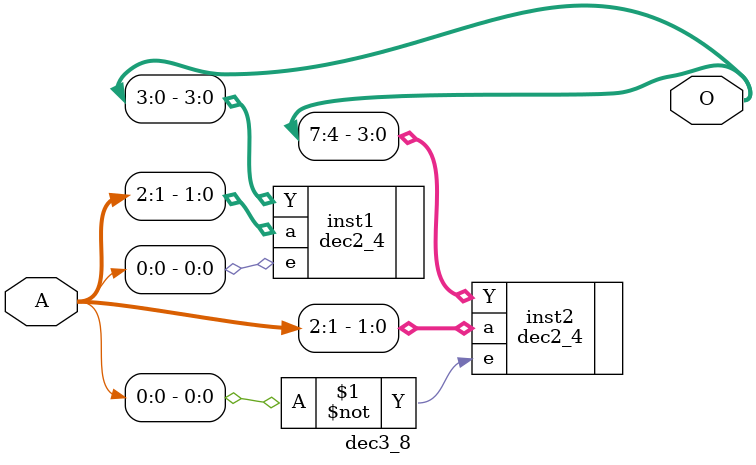
<source format=v>
`timescale 1ns / 1ps


module dec3_8(output [7:0]O,input [2:0]A);
dec2_4 inst1 (.Y(O[3:0]),.e(A[0]),.a(A[2:1]));
dec2_4 inst2 (.Y(O[7:4]),.e(~A[0]),.a(A[2:1]));

endmodule

</source>
